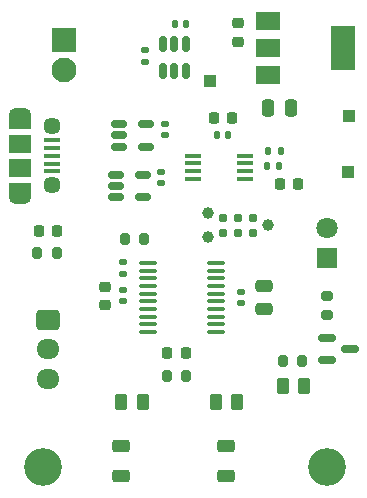
<source format=gbr>
G04 #@! TF.GenerationSoftware,KiCad,Pcbnew,7.0.8*
G04 #@! TF.CreationDate,2024-01-21T00:56:49-07:00*
G04 #@! TF.ProjectId,lapbeacon,6c617062-6561-4636-9f6e-2e6b69636164,v1*
G04 #@! TF.SameCoordinates,Original*
G04 #@! TF.FileFunction,Soldermask,Top*
G04 #@! TF.FilePolarity,Negative*
%FSLAX46Y46*%
G04 Gerber Fmt 4.6, Leading zero omitted, Abs format (unit mm)*
G04 Created by KiCad (PCBNEW 7.0.8) date 2024-01-21 00:56:49*
%MOMM*%
%LPD*%
G01*
G04 APERTURE LIST*
G04 Aperture macros list*
%AMRoundRect*
0 Rectangle with rounded corners*
0 $1 Rounding radius*
0 $2 $3 $4 $5 $6 $7 $8 $9 X,Y pos of 4 corners*
0 Add a 4 corners polygon primitive as box body*
4,1,4,$2,$3,$4,$5,$6,$7,$8,$9,$2,$3,0*
0 Add four circle primitives for the rounded corners*
1,1,$1+$1,$2,$3*
1,1,$1+$1,$4,$5*
1,1,$1+$1,$6,$7*
1,1,$1+$1,$8,$9*
0 Add four rect primitives between the rounded corners*
20,1,$1+$1,$2,$3,$4,$5,0*
20,1,$1+$1,$4,$5,$6,$7,0*
20,1,$1+$1,$6,$7,$8,$9,0*
20,1,$1+$1,$8,$9,$2,$3,0*%
G04 Aperture macros list end*
%ADD10RoundRect,0.140000X0.140000X0.170000X-0.140000X0.170000X-0.140000X-0.170000X0.140000X-0.170000X0*%
%ADD11RoundRect,0.200000X0.200000X0.275000X-0.200000X0.275000X-0.200000X-0.275000X0.200000X-0.275000X0*%
%ADD12C,3.200000*%
%ADD13RoundRect,0.275000X-0.475000X0.275000X-0.475000X-0.275000X0.475000X-0.275000X0.475000X0.275000X0*%
%ADD14RoundRect,0.150000X-0.512500X-0.150000X0.512500X-0.150000X0.512500X0.150000X-0.512500X0.150000X0*%
%ADD15R,1.450000X0.450000*%
%ADD16C,0.990600*%
%ADD17C,0.787400*%
%ADD18RoundRect,0.250000X0.262500X0.450000X-0.262500X0.450000X-0.262500X-0.450000X0.262500X-0.450000X0*%
%ADD19RoundRect,0.150000X-0.587500X-0.150000X0.587500X-0.150000X0.587500X0.150000X-0.587500X0.150000X0*%
%ADD20RoundRect,0.140000X-0.140000X-0.170000X0.140000X-0.170000X0.140000X0.170000X-0.140000X0.170000X0*%
%ADD21RoundRect,0.200000X-0.200000X-0.275000X0.200000X-0.275000X0.200000X0.275000X-0.200000X0.275000X0*%
%ADD22RoundRect,0.135000X0.135000X0.185000X-0.135000X0.185000X-0.135000X-0.185000X0.135000X-0.185000X0*%
%ADD23R,2.000000X1.500000*%
%ADD24R,2.000000X3.800000*%
%ADD25RoundRect,0.218750X0.218750X0.256250X-0.218750X0.256250X-0.218750X-0.256250X0.218750X-0.256250X0*%
%ADD26RoundRect,0.140000X-0.170000X0.140000X-0.170000X-0.140000X0.170000X-0.140000X0.170000X0.140000X0*%
%ADD27RoundRect,0.225000X-0.225000X-0.250000X0.225000X-0.250000X0.225000X0.250000X-0.225000X0.250000X0*%
%ADD28RoundRect,0.100000X-0.637500X-0.100000X0.637500X-0.100000X0.637500X0.100000X-0.637500X0.100000X0*%
%ADD29R,1.000000X1.000000*%
%ADD30RoundRect,0.200000X-0.275000X0.200000X-0.275000X-0.200000X0.275000X-0.200000X0.275000X0.200000X0*%
%ADD31RoundRect,0.225000X-0.250000X0.225000X-0.250000X-0.225000X0.250000X-0.225000X0.250000X0.225000X0*%
%ADD32RoundRect,0.218750X-0.218750X-0.256250X0.218750X-0.256250X0.218750X0.256250X-0.218750X0.256250X0*%
%ADD33RoundRect,0.135000X-0.185000X0.135000X-0.185000X-0.135000X0.185000X-0.135000X0.185000X0.135000X0*%
%ADD34R,2.100000X2.100000*%
%ADD35C,2.100000*%
%ADD36RoundRect,0.250000X-0.475000X0.250000X-0.475000X-0.250000X0.475000X-0.250000X0.475000X0.250000X0*%
%ADD37RoundRect,0.225000X0.225000X0.250000X-0.225000X0.250000X-0.225000X-0.250000X0.225000X-0.250000X0*%
%ADD38RoundRect,0.250000X-0.725000X0.600000X-0.725000X-0.600000X0.725000X-0.600000X0.725000X0.600000X0*%
%ADD39O,1.950000X1.700000*%
%ADD40RoundRect,0.250000X-0.250000X-0.475000X0.250000X-0.475000X0.250000X0.475000X-0.250000X0.475000X0*%
%ADD41RoundRect,0.250000X-0.262500X-0.450000X0.262500X-0.450000X0.262500X0.450000X-0.262500X0.450000X0*%
%ADD42RoundRect,0.150000X0.150000X-0.512500X0.150000X0.512500X-0.150000X0.512500X-0.150000X-0.512500X0*%
%ADD43R,1.350000X0.400000*%
%ADD44O,1.900000X1.200000*%
%ADD45R,1.900000X1.200000*%
%ADD46C,1.450000*%
%ADD47R,1.900000X1.500000*%
%ADD48R,1.800000X1.800000*%
%ADD49C,1.800000*%
G04 APERTURE END LIST*
D10*
X151680000Y-104900000D03*
X150720000Y-104900000D03*
D11*
X144555000Y-113635000D03*
X142905000Y-113635000D03*
D12*
X136000000Y-133000000D03*
D11*
X148125000Y-125300000D03*
X146475000Y-125300000D03*
D13*
X142550000Y-131230000D03*
X142550000Y-133770000D03*
X151450000Y-133770000D03*
X151450000Y-131230000D03*
D14*
X142142500Y-108250000D03*
X142142500Y-109200000D03*
X142142500Y-110150000D03*
X144417500Y-110150000D03*
X144417500Y-108250000D03*
D15*
X148680000Y-106625000D03*
X148680000Y-107275000D03*
X148680000Y-107925000D03*
X148680000Y-108575000D03*
X153080000Y-108575000D03*
X153080000Y-107925000D03*
X153080000Y-107275000D03*
X153080000Y-106625000D03*
D16*
X155000000Y-112500000D03*
X149920000Y-113516000D03*
X149920000Y-111484000D03*
D17*
X153730000Y-111865000D03*
X153730000Y-113135000D03*
X152460000Y-111865000D03*
X152460000Y-113135000D03*
X151190000Y-111865000D03*
X151190000Y-113135000D03*
D18*
X158112500Y-126100000D03*
X156287500Y-126100000D03*
D19*
X160062500Y-122050000D03*
X160062500Y-123950000D03*
X161937500Y-123000000D03*
D20*
X147120000Y-95500000D03*
X148080000Y-95500000D03*
D21*
X135475000Y-114900000D03*
X137125000Y-114900000D03*
D22*
X155990000Y-107500000D03*
X154970000Y-107500000D03*
D23*
X155050000Y-95200000D03*
X155050000Y-97500000D03*
D24*
X161350000Y-97500000D03*
D23*
X155050000Y-99800000D03*
D12*
X160000000Y-133000000D03*
D25*
X148072500Y-123300000D03*
X146497500Y-123300000D03*
D26*
X145980000Y-107970000D03*
X145980000Y-108930000D03*
D27*
X156025000Y-109000000D03*
X157575000Y-109000000D03*
D21*
X156275000Y-124000000D03*
X157925000Y-124000000D03*
D28*
X144867500Y-115710000D03*
X144867500Y-116360000D03*
X144867500Y-117010000D03*
X144867500Y-117660000D03*
X144867500Y-118310000D03*
X144867500Y-118960000D03*
X144867500Y-119610000D03*
X144867500Y-120260000D03*
X144867500Y-120910000D03*
X144867500Y-121560000D03*
X150592500Y-121560000D03*
X150592500Y-120910000D03*
X150592500Y-120260000D03*
X150592500Y-119610000D03*
X150592500Y-118960000D03*
X150592500Y-118310000D03*
X150592500Y-117660000D03*
X150592500Y-117010000D03*
X150592500Y-116360000D03*
X150592500Y-115710000D03*
D29*
X161900000Y-103300000D03*
D30*
X160000000Y-118485000D03*
X160000000Y-120135000D03*
D31*
X141230000Y-117725000D03*
X141230000Y-119275000D03*
X152500000Y-95425000D03*
X152500000Y-96975000D03*
D26*
X152730000Y-118155000D03*
X152730000Y-119115000D03*
D32*
X135612500Y-113000000D03*
X137187500Y-113000000D03*
D33*
X144600000Y-97690000D03*
X144600000Y-98710000D03*
D26*
X142730000Y-118000000D03*
X142730000Y-118960000D03*
D34*
X137800000Y-96850000D03*
D35*
X137800000Y-99390000D03*
D26*
X146280000Y-103920000D03*
X146280000Y-104880000D03*
D22*
X156090000Y-106200000D03*
X155070000Y-106200000D03*
D29*
X150100000Y-100300000D03*
D26*
X142730000Y-115655000D03*
X142730000Y-116615000D03*
D36*
X154730000Y-117685000D03*
X154730000Y-119585000D03*
D37*
X151975000Y-103400000D03*
X150425000Y-103400000D03*
D29*
X161800000Y-108000000D03*
D38*
X136400000Y-120500000D03*
D39*
X136400000Y-123000000D03*
X136400000Y-125500000D03*
D40*
X155050000Y-102600000D03*
X156950000Y-102600000D03*
D41*
X150587500Y-127500000D03*
X152412500Y-127500000D03*
D18*
X144412500Y-127500000D03*
X142587500Y-127500000D03*
D42*
X146150000Y-99437500D03*
X147100000Y-99437500D03*
X148050000Y-99437500D03*
X148050000Y-97162500D03*
X147100000Y-97162500D03*
X146150000Y-97162500D03*
D14*
X142442500Y-103950000D03*
X142442500Y-104900000D03*
X142442500Y-105850000D03*
X144717500Y-105850000D03*
X144717500Y-103950000D03*
D43*
X136730000Y-105335000D03*
X136730000Y-105985000D03*
X136730000Y-106635000D03*
X136730000Y-107285000D03*
X136730000Y-107935000D03*
D44*
X134030000Y-103135000D03*
D45*
X134030000Y-103735000D03*
D46*
X136730000Y-104135000D03*
D47*
X134030000Y-105635000D03*
X134030000Y-107635000D03*
D46*
X136730000Y-109135000D03*
D45*
X134030000Y-109535000D03*
D44*
X134030000Y-110135000D03*
D48*
X160000000Y-115260000D03*
D49*
X160000000Y-112720000D03*
M02*

</source>
